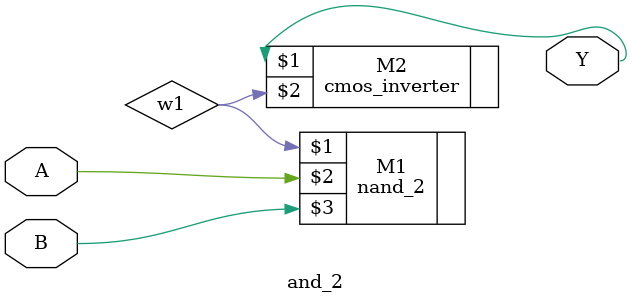
<source format=v>
module and_2 (Y, A, B);
	output Y;
	input A, B;
	wire w1;

nand_2 M1 (w1, A, B);
cmos_inverter M2 (Y, w1);

endmodule

</source>
